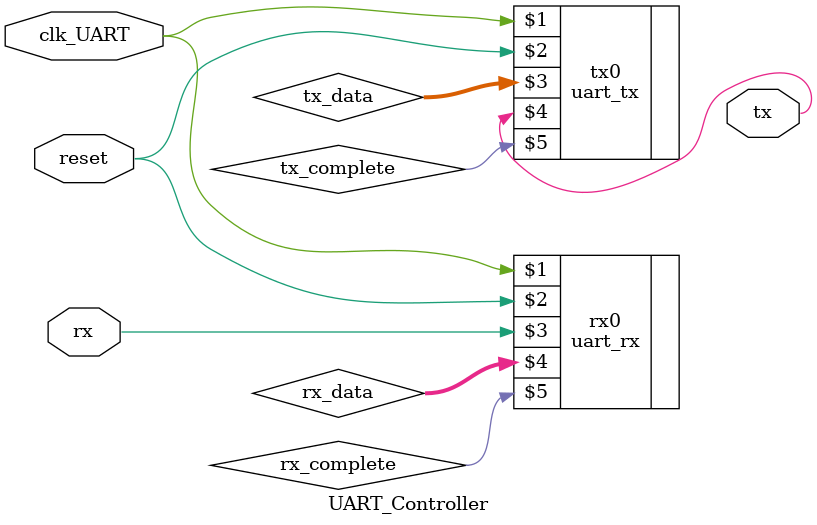
<source format=v>
`timescale 1ns / 1ps

module UART_Controller(
    input wire clk_UART,
    input wire reset,
    input wire rx,
    output wire tx
);

    wire tx_complete, rx_complete;
    wire [7:0] tx_data, rx_data;    
    
    uart_tx tx0(clk_UART, reset, tx_data, tx, tx_complete);
    uart_rx rx0(clk_UART, reset, rx, rx_data, rx_complete);
endmodule

</source>
